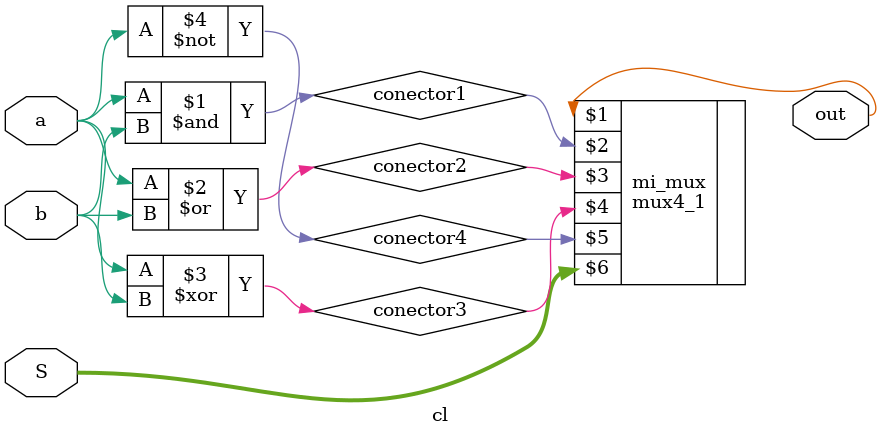
<source format=v>
module cl(output wire out, input wire a, b, input wire [1:0] S);

  wire conector1, conector2, conector3, conector4;
  and and1(conector1, a, b);
  or or1(conector2, a, b);
  xor xor1(conector3, a, b);
  not not1(conector4, a);
  
  mux4_1 mi_mux(out, conector1, conector2, conector3, conector4, S);

endmodule
</source>
